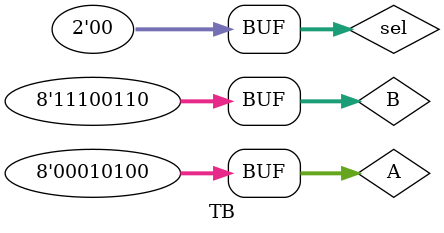
<source format=v>
`timescale 1ns / 1ps


module TB();
reg [7:0]A,B;
reg [1:0]sel;
wire [15:0]C;
wire [7:0]rem;

arith_operations DUT(.A(A), .B(B), .sel(sel), .C(C), .rem(rem));

parameter delay=100;

initial begin
    A = 8'd0;
    B = 8'd0;
    sel = 2'd0;
    #delay;
    
    A = 8'd2;
    B = 8'd3;
    sel = 2'd0;
    #delay;
    
    A = 8'd60;
    B = 8'd20;
    sel = 2'd1;
    #delay;
    
    A = 8'd10;
    B = 8'd9;
    sel = 2'd2;
    #delay;    
    
    A = 8'd100;
    B = 8'd39;
    sel = 2'd3;
    #delay;
    
    A = 8'd1300;
    B = 8'd230;
    sel = 2'd0;
    #delay;
    
    
end
endmodule

</source>
